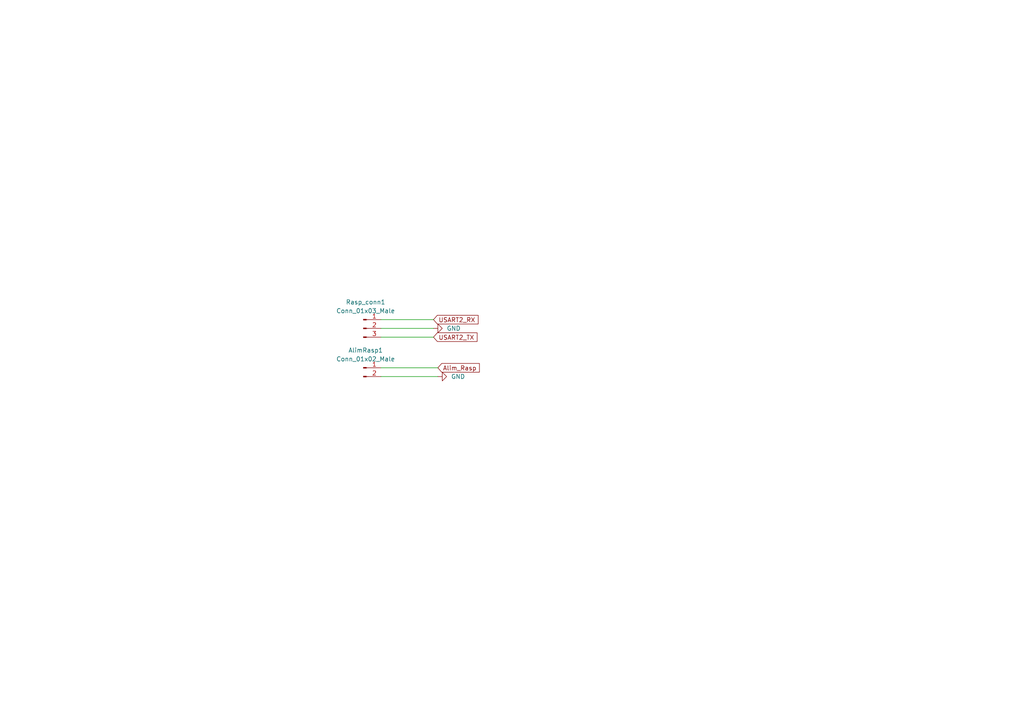
<source format=kicad_sch>
(kicad_sch (version 20211123) (generator eeschema)
  (paper "A4")
  (lib_symbols
    (symbol "Connector:Conn_01x02_Male" (pin_names (offset 1.016) hide)
      (property "Reference" "J" (at 0 2.54 0))
      (property "Value" "Conn_01x02_Male" (at 0 -5.08 0))
      (symbol "Conn_01x02_Male_1_1"
        (polyline (pts (xy 1.27 -2.54) (xy 0.8636 -2.54)) (stroke (width 0.1524)))
        (polyline (pts (xy 1.27 0) (xy 0.8636 0)) (stroke (width 0.1524)))
        (rectangle (start 0.8636 -2.413) (end 0 -2.667) (stroke (width 0.1524)) (fill (type outline)))
        (rectangle (start 0.8636 0.127) (end 0 -0.127) (stroke (width 0.1524)) (fill (type outline)))
        (pin passive line (at 5.08 0 180) (length 3.81) (name "Pin_1") (number "1"))
        (pin passive line (at 5.08 -2.54 180) (length 3.81) (name "Pin_2") (number "2"))
      )
    )
    (symbol "Connector:Conn_01x03_Male" (pin_names (offset 1.016) hide)
      (property "Reference" "J" (at 0 5.08 0))
      (property "Value" "Conn_01x03_Male" (at 0 -5.08 0))
      (symbol "Conn_01x03_Male_1_1"
        (polyline (pts (xy 1.27 -2.54) (xy 0.8636 -2.54)) (stroke (width 0.1524)))
        (polyline (pts (xy 1.27 0) (xy 0.8636 0)) (stroke (width 0.1524)))
        (polyline (pts (xy 1.27 2.54) (xy 0.8636 2.54)) (stroke (width 0.1524)))
        (rectangle (start 0.8636 -2.413) (end 0 -2.667) (stroke (width 0.1524)) (fill (type outline)))
        (rectangle (start 0.8636 0.127) (end 0 -0.127) (stroke (width 0.1524)) (fill (type outline)))
        (rectangle (start 0.8636 2.667) (end 0 2.413) (stroke (width 0.1524)) (fill (type outline)))
        (pin passive line (at 5.08 2.54 180) (length 3.81) (name "Pin_1") (number "1"))
        (pin passive line (at 5.08 0 180) (length 3.81) (name "Pin_2") (number "2"))
        (pin passive line (at 5.08 -2.54 180) (length 3.81) (name "Pin_3") (number "3"))
      )
    )
    (symbol "power:GND" (power) (pin_names (offset 0))
      (property "Value" "GND" (at 0 -3.81 0))
      (symbol "GND_0_1"
        (polyline (pts (xy 0 0) (xy 0 -1.27) (xy 1.27 -1.27) (xy 0 -2.54) (xy -1.27 -1.27) (xy 0 -1.27)))
      )
      (symbol "GND_1_1"
        (pin power_in line (at 0 0 270) (length 0) hide (name "GND") (number "1"))
      )
    )
  )
  (wire (pts (xy 110.49 97.79) (xy 125.73 97.79)))
  (wire (pts (xy 110.49 92.71) (xy 125.73 92.71)))
  (wire (pts (xy 110.49 95.25) (xy 125.73 95.25)))
  (wire (pts (xy 110.49 109.22) (xy 127 109.22)))
  (wire (pts (xy 110.49 106.68) (xy 127 106.68)))
  (global_label "USART2_RX" (shape input) (at 125.73 92.71 0) (property "Intersheet References" "${INTERSHEET_REFS}" (effects hide)))
  (global_label "Alim_Rasp" (shape input) (at 127 106.68 0) (property "Intersheet References" "${INTERSHEET_REFS}" (effects hide)))
  (global_label "USART2_TX" (shape input) (at 125.73 97.79 0) (property "Intersheet References" "${INTERSHEET_REFS}" (effects hide)))
  (symbol (lib_id "Connector:Conn_01x02_Male") (at 105.41 106.68 0) (unit 1)
    (property "Reference" "AlimRasp1" (at 106.045 101.6 0))
    (property "Value" "Conn_01x02_Male" (at 106.045 104.14 0))
    (property "Footprint" "Connector_PinHeader_2.54mm:PinHeader_1x02_P2.54mm_Vertical" (effects hide))
  )
  (symbol (lib_id "power:GND") (at 127 109.22 90) (unit 1)
    (property "Reference" "#PWR0142" (effects hide))
    (property "Value" "GND" (at 130.81 109.2199 90) (effects (justify right)))
  )
  (symbol (lib_id "Connector:Conn_01x03_Male") (at 105.41 95.25 0) (unit 1)
    (property "Reference" "Rasp_conn1" (at 106.045 87.63 0))
    (property "Value" "Conn_01x03_Male" (at 106.045 90.17 0))
    (property "Footprint" "Connector_PinHeader_2.54mm:PinHeader_1x03_P2.54mm_Vertical" (effects hide))
  )
  (symbol (lib_id "power:GND") (at 125.73 95.25 90) (unit 1)
    (property "Reference" "#PWR0143" (effects hide))
    (property "Value" "GND" (at 129.54 95.2499 90) (effects (justify right)))
  )
)
</source>
